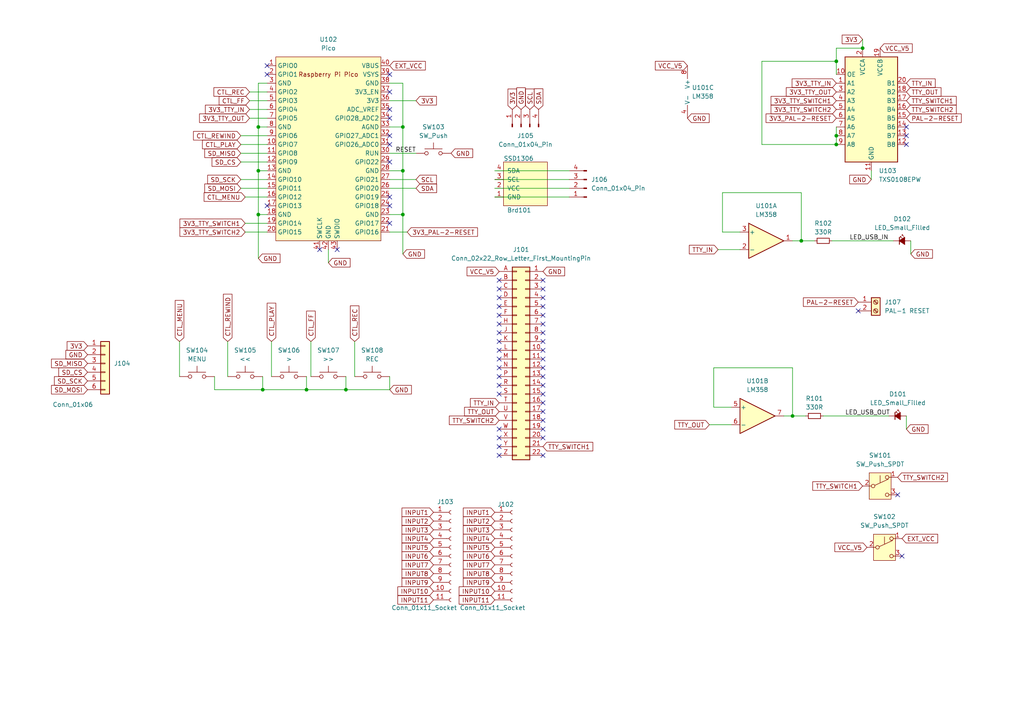
<source format=kicad_sch>
(kicad_sch (version 20250114) (generator "eeschema") (generator_version "9.0")
  (paper "A4")
  (lib_symbols
    (symbol "Connector:Screw_Terminal_01x02" (pin_names (offset 1.016) (hide yes))
      (property "Reference" "J" (at 0 2.54 0))
      (property "Value" "Screw_Terminal_01x02" (at 0 -5.08 0))
      (symbol "Screw_Terminal_01x02_1_1"
        (rectangle (start -1.27 1.27) (end 1.27 -3.81) (stroke (width 0.254)) (fill (type background)))
        (polyline (pts (xy -0.5334 0.3302) (xy 0.3302 -0.508)) (stroke (width 0.1524)))
        (polyline (pts (xy -0.5334 -2.2098) (xy 0.3302 -3.048)) (stroke (width 0.1524)))
        (polyline (pts (xy -0.3556 0.508) (xy 0.508 -0.3302)) (stroke (width 0.1524)))
        (polyline (pts (xy -0.3556 -2.032) (xy 0.508 -2.8702)) (stroke (width 0.1524)))
        (circle (center 0 0) (radius 0.635) (stroke (width 0.1524)))
        (circle (center 0 -2.54) (radius 0.635) (stroke (width 0.1524)))
        (pin passive line (at -5.08 0 0) (length 3.81) (name "Pin_1") (number "1"))
        (pin passive line (at -5.08 -2.54 0) (length 3.81) (name "Pin_2") (number "2"))
      )
    )
    (symbol "pico-tty:Conn_01x04_Pin" (pin_names (offset 1.016) (hide yes))
      (property "Reference" "J" (at 0 5.08 0))
      (property "Value" "Conn_01x04_Pin" (at 0 -7.62 0))
      (symbol "Conn_01x04_Pin_1_1"
        (rectangle (start 0.8636 2.667) (end 0 2.413) (stroke (width 0.1524)) (fill (type outline)))
        (rectangle (start 0.8636 0.127) (end 0 -0.127) (stroke (width 0.1524)) (fill (type outline)))
        (rectangle (start 0.8636 -2.413) (end 0 -2.667) (stroke (width 0.1524)) (fill (type outline)))
        (rectangle (start 0.8636 -4.953) (end 0 -5.207) (stroke (width 0.1524)) (fill (type outline)))
        (polyline (pts (xy 1.27 2.54) (xy 0.8636 2.54)) (stroke (width 0.1524)))
        (polyline (pts (xy 1.27 0) (xy 0.8636 0)) (stroke (width 0.1524)))
        (polyline (pts (xy 1.27 -2.54) (xy 0.8636 -2.54)) (stroke (width 0.1524)))
        (polyline (pts (xy 1.27 -5.08) (xy 0.8636 -5.08)) (stroke (width 0.1524)))
        (pin passive line (at 5.08 2.54 180) (length 3.81) (name "Pin_1") (number "1"))
        (pin passive line (at 5.08 0 180) (length 3.81) (name "Pin_2") (number "2"))
        (pin passive line (at 5.08 -2.54 180) (length 3.81) (name "Pin_3") (number "3"))
        (pin passive line (at 5.08 -5.08 180) (length 3.81) (name "Pin_4") (number "4"))
      )
    )
    (symbol "pico-tty:Conn_01x06" (pin_names (offset 1.016) (hide yes))
      (property "Reference" "J" (at 0 7.62 0))
      (property "Value" "Conn_01x06" (at 0 -10.16 0))
      (symbol "Conn_01x06_1_1"
        (rectangle (start -1.27 6.35) (end 1.27 -8.89) (stroke (width 0.254)) (fill (type background)))
        (rectangle (start -1.27 5.207) (end 0 4.953) (stroke (width 0.1524)))
        (rectangle (start -1.27 2.667) (end 0 2.413) (stroke (width 0.1524)))
        (rectangle (start -1.27 0.127) (end 0 -0.127) (stroke (width 0.1524)))
        (rectangle (start -1.27 -2.413) (end 0 -2.667) (stroke (width 0.1524)))
        (rectangle (start -1.27 -4.953) (end 0 -5.207) (stroke (width 0.1524)))
        (rectangle (start -1.27 -7.493) (end 0 -7.747) (stroke (width 0.1524)))
        (pin passive line (at -5.08 5.08 0) (length 3.81) (name "Pin_1") (number "1"))
        (pin passive line (at -5.08 2.54 0) (length 3.81) (name "Pin_2") (number "2"))
        (pin passive line (at -5.08 0 0) (length 3.81) (name "Pin_3") (number "3"))
        (pin passive line (at -5.08 -2.54 0) (length 3.81) (name "Pin_4") (number "4"))
        (pin passive line (at -5.08 -5.08 0) (length 3.81) (name "Pin_5") (number "5"))
        (pin passive line (at -5.08 -7.62 0) (length 3.81) (name "Pin_6") (number "6"))
      )
    )
    (symbol "pico-tty:Conn_01x11_Socket" (pin_names (offset 1.016) (hide yes))
      (property "Reference" "J" (at 0 15.24 0))
      (property "Value" "Conn_01x11_Socket" (at 0 -15.24 0))
      (symbol "Conn_01x11_Socket_1_1"
        (polyline (pts (xy -1.27 12.7) (xy -0.508 12.7)) (stroke (width 0.1524)))
        (polyline (pts (xy -1.27 10.16) (xy -0.508 10.16)) (stroke (width 0.1524)))
        (polyline (pts (xy -1.27 7.62) (xy -0.508 7.62)) (stroke (width 0.1524)))
        (polyline (pts (xy -1.27 5.08) (xy -0.508 5.08)) (stroke (width 0.1524)))
        (polyline (pts (xy -1.27 2.54) (xy -0.508 2.54)) (stroke (width 0.1524)))
        (polyline (pts (xy -1.27 0) (xy -0.508 0)) (stroke (width 0.1524)))
        (polyline (pts (xy -1.27 -2.54) (xy -0.508 -2.54)) (stroke (width 0.1524)))
        (polyline (pts (xy -1.27 -5.08) (xy -0.508 -5.08)) (stroke (width 0.1524)))
        (polyline (pts (xy -1.27 -7.62) (xy -0.508 -7.62)) (stroke (width 0.1524)))
        (polyline (pts (xy -1.27 -10.16) (xy -0.508 -10.16)) (stroke (width 0.1524)))
        (polyline (pts (xy -1.27 -12.7) (xy -0.508 -12.7)) (stroke (width 0.1524)))
        (arc (start 0 12.192) (mid -0.5058 12.7) (end 0 13.208) (stroke (width 0.1524)))
        (arc (start 0 9.652) (mid -0.5058 10.16) (end 0 10.668) (stroke (width 0.1524)))
        (arc (start 0 7.112) (mid -0.5058 7.62) (end 0 8.128) (stroke (width 0.1524)))
        (arc (start 0 4.572) (mid -0.5058 5.08) (end 0 5.588) (stroke (width 0.1524)))
        (arc (start 0 2.032) (mid -0.5058 2.54) (end 0 3.048) (stroke (width 0.1524)))
        (arc (start 0 -0.508) (mid -0.5058 0) (end 0 0.508) (stroke (width 0.1524)))
        (arc (start 0 -3.048) (mid -0.5058 -2.54) (end 0 -2.032) (stroke (width 0.1524)))
        (arc (start 0 -5.588) (mid -0.5058 -5.08) (end 0 -4.572) (stroke (width 0.1524)))
        (arc (start 0 -8.128) (mid -0.5058 -7.62) (end 0 -7.112) (stroke (width 0.1524)))
        (arc (start 0 -10.668) (mid -0.5058 -10.16) (end 0 -9.652) (stroke (width 0.1524)))
        (arc (start 0 -13.208) (mid -0.5058 -12.7) (end 0 -12.192) (stroke (width 0.1524)))
        (pin passive line (at -5.08 12.7 0) (length 3.81) (name "Pin_1") (number "1"))
        (pin passive line (at -5.08 10.16 0) (length 3.81) (name "Pin_2") (number "2"))
        (pin passive line (at -5.08 7.62 0) (length 3.81) (name "Pin_3") (number "3"))
        (pin passive line (at -5.08 5.08 0) (length 3.81) (name "Pin_4") (number "4"))
        (pin passive line (at -5.08 2.54 0) (length 3.81) (name "Pin_5") (number "5"))
        (pin passive line (at -5.08 0 0) (length 3.81) (name "Pin_6") (number "6"))
        (pin passive line (at -5.08 -2.54 0) (length 3.81) (name "Pin_7") (number "7"))
        (pin passive line (at -5.08 -5.08 0) (length 3.81) (name "Pin_8") (number "8"))
        (pin passive line (at -5.08 -7.62 0) (length 3.81) (name "Pin_9") (number "9"))
        (pin passive line (at -5.08 -10.16 0) (length 3.81) (name "Pin_10") (number "10"))
        (pin passive line (at -5.08 -12.7 0) (length 3.81) (name "Pin_11") (number "11"))
      )
    )
    (symbol "pico-tty:Conn_02x22_Row_Letter_First_MountingPin" (pin_names (offset 1.016) (hide yes))
      (property "Reference" "J101" (at 1.27 31.75 0))
      (property "Value" "Conn_02x22_Row_Letter_First_MountingPin" (at 1.27 29.21 0))
      (symbol "Conn_02x22_Row_Letter_First_MountingPin_1_1"
        (rectangle (start -1.27 26.67) (end 3.81 -29.21) (stroke (width 0.254)) (fill (type background)))
        (rectangle (start -1.27 25.527) (end 0 25.273) (stroke (width 0.1524)))
        (rectangle (start -1.27 22.987) (end 0 22.733) (stroke (width 0.1524)))
        (rectangle (start -1.27 20.447) (end 0 20.193) (stroke (width 0.1524)))
        (rectangle (start -1.27 17.907) (end 0 17.653) (stroke (width 0.1524)))
        (rectangle (start -1.27 15.367) (end 0 15.113) (stroke (width 0.1524)))
        (rectangle (start -1.27 12.827) (end 0 12.573) (stroke (width 0.1524)))
        (rectangle (start -1.27 10.287) (end 0 10.033) (stroke (width 0.1524)))
        (rectangle (start -1.27 7.747) (end 0 7.493) (stroke (width 0.1524)))
        (rectangle (start -1.27 5.207) (end 0 4.953) (stroke (width 0.1524)))
        (rectangle (start -1.27 2.667) (end 0 2.413) (stroke (width 0.1524)))
        (rectangle (start -1.27 0.127) (end 0 -0.127) (stroke (width 0.1524)))
        (rectangle (start -1.27 -2.413) (end 0 -2.667) (stroke (width 0.1524)))
        (rectangle (start -1.27 -4.953) (end 0 -5.207) (stroke (width 0.1524)))
        (rectangle (start -1.27 -7.493) (end 0 -7.747) (stroke (width 0.1524)))
        (rectangle (start -1.27 -10.033) (end 0 -10.287) (stroke (width 0.1524)))
        (rectangle (start -1.27 -12.573) (end 0 -12.827) (stroke (width 0.1524)))
        (rectangle (start -1.27 -15.113) (end 0 -15.367) (stroke (width 0.1524)))
        (rectangle (start -1.27 -17.653) (end 0 -17.907) (stroke (width 0.1524)))
        (rectangle (start -1.27 -20.193) (end 0 -20.447) (stroke (width 0.1524)))
        (rectangle (start -1.27 -22.733) (end 0 -22.987) (stroke (width 0.1524)))
        (rectangle (start -1.27 -25.273) (end 0 -25.527) (stroke (width 0.1524)))
        (rectangle (start -1.27 -27.813) (end 0 -28.067) (stroke (width 0.1524)))
        (rectangle (start 3.81 25.527) (end 2.54 25.273) (stroke (width 0.1524)))
        (rectangle (start 3.81 22.987) (end 2.54 22.733) (stroke (width 0.1524)))
        (rectangle (start 3.81 20.447) (end 2.54 20.193) (stroke (width 0.1524)))
        (rectangle (start 3.81 17.907) (end 2.54 17.653) (stroke (width 0.1524)))
        (rectangle (start 3.81 15.367) (end 2.54 15.113) (stroke (width 0.1524)))
        (rectangle (start 3.81 12.827) (end 2.54 12.573) (stroke (width 0.1524)))
        (rectangle (start 3.81 10.287) (end 2.54 10.033) (stroke (width 0.1524)))
        (rectangle (start 3.81 7.747) (end 2.54 7.493) (stroke (width 0.1524)))
        (rectangle (start 3.81 5.207) (end 2.54 4.953) (stroke (width 0.1524)))
        (rectangle (start 3.81 2.667) (end 2.54 2.413) (stroke (width 0.1524)))
        (rectangle (start 3.81 0.127) (end 2.54 -0.127) (stroke (width 0.1524)))
        (rectangle (start 3.81 -2.413) (end 2.54 -2.667) (stroke (width 0.1524)))
        (rectangle (start 3.81 -4.953) (end 2.54 -5.207) (stroke (width 0.1524)))
        (rectangle (start 3.81 -7.493) (end 2.54 -7.747) (stroke (width 0.1524)))
        (rectangle (start 3.81 -10.033) (end 2.54 -10.287) (stroke (width 0.1524)))
        (rectangle (start 3.81 -12.573) (end 2.54 -12.827) (stroke (width 0.1524)))
        (rectangle (start 3.81 -15.113) (end 2.54 -15.367) (stroke (width 0.1524)))
        (rectangle (start 3.81 -17.653) (end 2.54 -17.907) (stroke (width 0.1524)))
        (rectangle (start 3.81 -20.193) (end 2.54 -20.447) (stroke (width 0.1524)))
        (rectangle (start 3.81 -22.733) (end 2.54 -22.987) (stroke (width 0.1524)))
        (rectangle (start 3.81 -25.273) (end 2.54 -25.527) (stroke (width 0.1524)))
        (rectangle (start 3.81 -27.813) (end 2.54 -28.067) (stroke (width 0.1524)))
        (pin passive line (at -5.08 25.4 0) (length 3.81) (name "Pin_a1") (number "A"))
        (pin passive line (at -5.08 22.86 0) (length 3.81) (name "Pin_a2") (number "B"))
        (pin passive line (at -5.08 20.32 0) (length 3.81) (name "Pin_a3") (number "C"))
        (pin passive line (at -5.08 17.78 0) (length 3.81) (name "Pin_a4") (number "D"))
        (pin passive line (at -5.08 15.24 0) (length 3.81) (name "Pin_a5") (number "E"))
        (pin passive line (at -5.08 12.7 0) (length 3.81) (name "Pin_a6") (number "F"))
        (pin passive line (at -5.08 10.16 0) (length 3.81) (name "Pin_a7") (number "H"))
        (pin passive line (at -5.08 7.62 0) (length 3.81) (name "Pin_a8") (number "J"))
        (pin passive line (at -5.08 5.08 0) (length 3.81) (name "Pin_a9") (number "K"))
        (pin passive line (at -5.08 2.54 0) (length 3.81) (name "Pin_a10") (number "L"))
        (pin passive line (at -5.08 0 0) (length 3.81) (name "Pin_a11") (number "M"))
        (pin passive line (at -5.08 -2.54 0) (length 3.81) (name "Pin_a12") (number "N"))
        (pin passive line (at -5.08 -5.08 0) (length 3.81) (name "Pin_a13") (number "P"))
        (pin passive line (at -5.08 -7.62 0) (length 3.81) (name "Pin_a14") (number "R"))
        (pin passive line (at -5.08 -10.16 0) (length 3.81) (name "Pin_a15") (number "S"))
        (pin passive line (at -5.08 -12.7 0) (length 3.81) (name "Pin_a16") (number "T"))
        (pin passive line (at -5.08 -15.24 0) (length 3.81) (name "Pin_a17") (number "U"))
        (pin passive line (at -5.08 -17.78 0) (length 3.81) (name "Pin_a18") (number "V"))
        (pin passive line (at -5.08 -20.32 0) (length 3.81) (name "Pin_a19") (number "W"))
        (pin passive line (at -5.08 -22.86 0) (length 3.81) (name "Pin_a20") (number "X"))
        (pin passive line (at -5.08 -25.4 0) (length 3.81) (name "Pin_a21") (number "Y"))
        (pin passive line (at -5.08 -27.94 0) (length 3.81) (name "Pin_a22") (number "Z"))
        (pin passive line (at 7.62 25.4 180) (length 3.81) (name "Pin_b1") (number "1"))
        (pin passive line (at 7.62 22.86 180) (length 3.81) (name "Pin_b2") (number "2"))
        (pin passive line (at 7.62 20.32 180) (length 3.81) (name "Pin_b3") (number "3"))
        (pin passive line (at 7.62 17.78 180) (length 3.81) (name "Pin_b4") (number "4"))
        (pin passive line (at 7.62 15.24 180) (length 3.81) (name "Pin_b5") (number "5"))
        (pin passive line (at 7.62 12.7 180) (length 3.81) (name "Pin_b6") (number "6"))
        (pin passive line (at 7.62 10.16 180) (length 3.81) (name "Pin_b7") (number "7"))
        (pin passive line (at 7.62 7.62 180) (length 3.81) (name "Pin_b8") (number "8"))
        (pin passive line (at 7.62 5.08 180) (length 3.81) (name "Pin_b9") (number "9"))
        (pin passive line (at 7.62 2.54 180) (length 3.81) (name "Pin_b10") (number "10"))
        (pin passive line (at 7.62 0 180) (length 3.81) (name "Pin_b11") (number "11"))
        (pin passive line (at 7.62 -2.54 180) (length 3.81) (name "Pin_b12") (number "12"))
        (pin passive line (at 7.62 -5.08 180) (length 3.81) (name "Pin_b13") (number "13"))
        (pin passive line (at 7.62 -7.62 180) (length 3.81) (name "Pin_b14") (number "14"))
        (pin passive line (at 7.62 -10.16 180) (length 3.81) (name "Pin_b15") (number "15"))
        (pin passive line (at 7.62 -12.7 180) (length 3.81) (name "Pin_b16") (number "16"))
        (pin passive line (at 7.62 -15.24 180) (length 3.81) (name "Pin_b17") (number "17"))
        (pin passive line (at 7.62 -17.78 180) (length 3.81) (name "Pin_b18") (number "18"))
        (pin passive line (at 7.62 -20.32 180) (length 3.81) (name "Pin_b19") (number "19"))
        (pin passive line (at 7.62 -22.86 180) (length 3.81) (name "Pin_b20") (number "20"))
        (pin passive line (at 7.62 -25.4 180) (length 3.81) (name "Pin_b21") (number "21"))
        (pin passive line (at 7.62 -27.94 180) (length 3.81) (name "Pin_b22") (number "22"))
      )
    )
    (symbol "pico-tty:LED_Small_Filled" (pin_numbers (hide yes)) (pin_names (offset 0.254) (hide yes))
      (property "Reference" "D" (at -1.27 3.175 0))
      (property "Value" "LED_Small_Filled" (at -4.445 -2.54 0))
      (symbol "LED_Small_Filled_0_1"
        (polyline (pts (xy -0.762 -1.016) (xy -0.762 1.016)) (stroke (width 0.254)))
        (polyline (pts (xy 0 0.762) (xy -0.508 1.27) (xy -0.254 1.27) (xy -0.508 1.27) (xy -0.508 1.016)))
        (polyline (pts (xy 0.508 1.27) (xy 0 1.778) (xy 0.254 1.778) (xy 0 1.778) (xy 0 1.524)))
        (polyline (pts (xy 0.762 -1.016) (xy -0.762 0) (xy 0.762 1.016) (xy 0.762 -1.016)) (stroke (width 0.254)) (fill (type outline)))
        (polyline (pts (xy 1.016 0) (xy -0.762 0)))
      )
      (symbol "LED_Small_Filled_1_1"
        (pin passive line (at -2.54 0 0) (length 1.778) (name "K") (number "1"))
        (pin passive line (at 2.54 0 180) (length 1.778) (name "A") (number "2"))
      )
    )
    (symbol "pico-tty:LM358" (pin_names (offset 0.127))
      (property "Reference" "U" (at 0 5.08 0))
      (property "Value" "LM358" (at 0 -5.08 0))
      (symbol "LM358_1_1"
        (polyline (pts (xy -5.08 5.08) (xy 5.08 0) (xy -5.08 -5.08) (xy -5.08 5.08)) (stroke (width 0.254)) (fill (type background)))
        (pin input line (at -7.62 2.54 0) (length 2.54) (name "+") (number "3"))
        (pin input line (at -7.62 -2.54 0) (length 2.54) (name "-") (number "2"))
        (pin output line (at 7.62 0 180) (length 2.54) (name "~") (number "1"))
      )
      (symbol "LM358_2_1"
        (polyline (pts (xy -5.08 5.08) (xy 5.08 0) (xy -5.08 -5.08) (xy -5.08 5.08)) (stroke (width 0.254)) (fill (type background)))
        (pin input line (at -7.62 2.54 0) (length 2.54) (name "+") (number "5"))
        (pin input line (at -7.62 -2.54 0) (length 2.54) (name "-") (number "6"))
        (pin output line (at 7.62 0 180) (length 2.54) (name "~") (number "7"))
      )
      (symbol "LM358_3_1"
        (pin power_in line (at -2.54 7.62 270) (length 3.81) (name "V+") (number "8"))
        (pin power_in line (at -2.54 -7.62 90) (length 3.81) (name "V-") (number "4"))
      )
    )
    (symbol "pico-tty:Pico"
      (property "Reference" "U" (at -13.97 27.94 0))
      (property "Value" "Pico" (at 0 19.05 0))
      (symbol "Pico_0_0"
        (text "Raspberry Pi Pico" (at 0 21.59 0) (effects (font (size 1.27 1.27))))
      )
      (symbol "Pico_0_1"
        (rectangle (start -15.24 26.67) (end 15.24 -26.67) (fill (type background)))
      )
      (symbol "Pico_1_1"
        (pin bidirectional line (at -17.78 24.13 0) (length 2.54) (name "GPIO0") (number "1"))
        (pin bidirectional line (at -17.78 21.59 0) (length 2.54) (name "GPIO1") (number "2"))
        (pin power_in line (at -17.78 19.05 0) (length 2.54) (name "GND") (number "3"))
        (pin bidirectional line (at -17.78 16.51 0) (length 2.54) (name "GPIO2") (number "4"))
        (pin bidirectional line (at -17.78 13.97 0) (length 2.54) (name "GPIO3") (number "5"))
        (pin bidirectional line (at -17.78 11.43 0) (length 2.54) (name "GPIO4") (number "6"))
        (pin bidirectional line (at -17.78 8.89 0) (length 2.54) (name "GPIO5") (number "7"))
        (pin power_in line (at -17.78 6.35 0) (length 2.54) (name "GND") (number "8"))
        (pin bidirectional line (at -17.78 3.81 0) (length 2.54) (name "GPIO6") (number "9"))
        (pin bidirectional line (at -17.78 1.27 0) (length 2.54) (name "GPIO7") (number "10"))
        (pin bidirectional line (at -17.78 -1.27 0) (length 2.54) (name "GPIO8") (number "11"))
        (pin bidirectional line (at -17.78 -3.81 0) (length 2.54) (name "GPIO9") (number "12"))
        (pin power_in line (at -17.78 -6.35 0) (length 2.54) (name "GND") (number "13"))
        (pin bidirectional line (at -17.78 -8.89 0) (length 2.54) (name "GPIO10") (number "14"))
        (pin bidirectional line (at -17.78 -11.43 0) (length 2.54) (name "GPIO11") (number "15"))
        (pin bidirectional line (at -17.78 -13.97 0) (length 2.54) (name "GPIO12") (number "16"))
        (pin bidirectional line (at -17.78 -16.51 0) (length 2.54) (name "GPIO13") (number "17"))
        (pin power_in line (at -17.78 -19.05 0) (length 2.54) (name "GND") (number "18"))
        (pin bidirectional line (at -17.78 -21.59 0) (length 2.54) (name "GPIO14") (number "19"))
        (pin bidirectional line (at -17.78 -24.13 0) (length 2.54) (name "GPIO15") (number "20"))
        (pin input line (at -2.54 -29.21 90) (length 2.54) (name "SWCLK") (number "41"))
        (pin power_in line (at 0 -29.21 90) (length 2.54) (name "GND") (number "42"))
        (pin bidirectional line (at 2.54 -29.21 90) (length 2.54) (name "SWDIO") (number "43"))
        (pin power_in line (at 17.78 24.13 180) (length 2.54) (name "VBUS") (number "40"))
        (pin power_in line (at 17.78 21.59 180) (length 2.54) (name "VSYS") (number "39"))
        (pin bidirectional line (at 17.78 19.05 180) (length 2.54) (name "GND") (number "38"))
        (pin input line (at 17.78 16.51 180) (length 2.54) (name "3V3_EN") (number "37"))
        (pin power_in line (at 17.78 13.97 180) (length 2.54) (name "3V3") (number "36"))
        (pin power_in line (at 17.78 11.43 180) (length 2.54) (name "ADC_VREF") (number "35"))
        (pin bidirectional line (at 17.78 8.89 180) (length 2.54) (name "GPIO28_ADC2") (number "34"))
        (pin power_in line (at 17.78 6.35 180) (length 2.54) (name "AGND") (number "33"))
        (pin bidirectional line (at 17.78 3.81 180) (length 2.54) (name "GPIO27_ADC1") (number "32"))
        (pin bidirectional line (at 17.78 1.27 180) (length 2.54) (name "GPIO26_ADC0") (number "31"))
        (pin input line (at 17.78 -1.27 180) (length 2.54) (name "RUN") (number "30"))
        (pin bidirectional line (at 17.78 -3.81 180) (length 2.54) (name "GPIO22") (number "29"))
        (pin power_in line (at 17.78 -6.35 180) (length 2.54) (name "GND") (number "28"))
        (pin bidirectional line (at 17.78 -8.89 180) (length 2.54) (name "GPIO21") (number "27"))
        (pin bidirectional line (at 17.78 -11.43 180) (length 2.54) (name "GPIO20") (number "26"))
        (pin bidirectional line (at 17.78 -13.97 180) (length 2.54) (name "GPIO19") (number "25"))
        (pin bidirectional line (at 17.78 -16.51 180) (length 2.54) (name "GPIO18") (number "24"))
        (pin power_in line (at 17.78 -19.05 180) (length 2.54) (name "GND") (number "23"))
        (pin bidirectional line (at 17.78 -21.59 180) (length 2.54) (name "GPIO17") (number "22"))
        (pin bidirectional line (at 17.78 -24.13 180) (length 2.54) (name "GPIO16") (number "21"))
      )
    )
    (symbol "pico-tty:R_Small" (pin_numbers (hide yes)) (pin_names (offset 0.254) (hide yes))
      (property "Reference" "R" (at 0.762 0.508 0))
      (property "Value" "R_Small" (at 0.762 -1.016 0))
      (symbol "R_Small_0_1"
        (rectangle (start -0.762 1.778) (end 0.762 -1.778) (stroke (width 0.2032)))
      )
      (symbol "R_Small_1_1"
        (pin passive line (at 0 2.54 270) (length 0.762) (name "~") (number "1"))
        (pin passive line (at 0 -2.54 90) (length 0.762) (name "~") (number "2"))
      )
    )
    (symbol "pico-tty:SSD1306" (pin_names (offset 1.016))
      (property "Reference" "Brd" (at 0 -3.81 0))
      (property "Value" "SSD1306" (at 0 -1.27 0))
      (symbol "SSD1306_0_1"
        (rectangle (start -6.35 6.35) (end 6.35 -6.35) (fill (type background)))
      )
      (symbol "SSD1306_1_1"
        (pin input line (at -3.81 8.89 270) (length 2.54) (name "GND") (number "1"))
        (pin input line (at -1.27 8.89 270) (length 2.54) (name "VCC") (number "2"))
        (pin input line (at 1.27 8.89 270) (length 2.54) (name "SCL") (number "3"))
        (pin input line (at 3.81 8.89 270) (length 2.54) (name "SDA") (number "4"))
      )
    )
    (symbol "pico-tty:SW_Push" (pin_numbers (hide yes)) (pin_names (offset 1.016) (hide yes))
      (property "Reference" "SW" (at 1.27 2.54 0))
      (property "Value" "SW_Push" (at 0 -1.524 0))
      (symbol "SW_Push_0_1"
        (circle (center -2.032 0) (radius 0.508))
        (polyline (pts (xy 0 1.27) (xy 0 3.048)))
        (circle (center 2.032 0) (radius 0.508))
        (polyline (pts (xy 2.54 1.27) (xy -2.54 1.27)))
        (pin passive line (at -5.08 0 0) (length 2.54) (name "1") (number "1"))
        (pin passive line (at 5.08 0 180) (length 2.54) (name "2") (number "2"))
      )
    )
    (symbol "pico-tty:SW_Push_SPDT" (pin_names (offset 0) (hide yes))
      (property "Reference" "SW" (at 0 5.08 0))
      (property "Value" "SW_Push_SPDT" (at 0 -5.08 0))
      (symbol "SW_Push_SPDT_0_0"
        (circle (center -2.032 0) (radius 0.508))
        (polyline (pts (xy 0 1.016) (xy 0 3.048)))
        (circle (center 2.032 -2.54) (radius 0.508))
      )
      (symbol "SW_Push_SPDT_0_1"
        (polyline (pts (xy -1.524 0.2032) (xy 2.3368 1.9812)))
        (circle (center 2.032 2.54) (radius 0.508))
      )
      (symbol "SW_Push_SPDT_1_1"
        (rectangle (start -3.175 3.81) (end 3.175 -3.81) (fill (type background)))
        (pin passive line (at -5.08 0 0) (length 2.54) (name "B") (number "2"))
        (pin passive line (at 5.08 2.54 180) (length 2.54) (name "A") (number "1"))
        (pin passive line (at 5.08 -2.54 180) (length 2.54) (name "C") (number "3"))
      )
    )
    (symbol "pico-tty:TXS0108EPW"
      (property "Reference" "U" (at -6.35 16.51 0))
      (property "Value" "TXS0108EPW" (at 3.81 16.51 0))
      (symbol "TXS0108EPW_0_1"
        (rectangle (start -7.62 15.24) (end 7.62 -15.24) (stroke (width 0.254)) (fill (type background)))
      )
      (symbol "TXS0108EPW_1_1"
        (pin input line (at -10.16 10.16 0) (length 2.54) (name "OE") (number "10"))
        (pin bidirectional line (at -10.16 7.62 0) (length 2.54) (name "A1") (number "1"))
        (pin bidirectional line (at -10.16 5.08 0) (length 2.54) (name "A2") (number "3"))
        (pin bidirectional line (at -10.16 2.54 0) (length 2.54) (name "A3") (number "4"))
        (pin bidirectional line (at -10.16 0 0) (length 2.54) (name "A4") (number "5"))
        (pin bidirectional line (at -10.16 -2.54 0) (length 2.54) (name "A5") (number "6"))
        (pin bidirectional line (at -10.16 -5.08 0) (length 2.54) (name "A6") (number "7"))
        (pin bidirectional line (at -10.16 -7.62 0) (length 2.54) (name "A7") (number "8"))
        (pin bidirectional line (at -10.16 -10.16 0) (length 2.54) (name "A8") (number "9"))
        (pin power_in line (at -2.54 17.78 270) (length 2.54) (name "VCCA") (number "2"))
        (pin power_in line (at 0 -17.78 90) (length 2.54) (name "GND") (number "11"))
        (pin power_in line (at 2.54 17.78 270) (length 2.54) (name "VCCB") (number "19"))
        (pin bidirectional line (at 10.16 7.62 180) (length 2.54) (name "B1") (number "20"))
        (pin bidirectional line (at 10.16 5.08 180) (length 2.54) (name "B2") (number "18"))
        (pin bidirectional line (at 10.16 2.54 180) (length 2.54) (name "B3") (number "17"))
        (pin bidirectional line (at 10.16 0 180) (length 2.54) (name "B4") (number "16"))
        (pin bidirectional line (at 10.16 -2.54 180) (length 2.54) (name "B5") (number "15"))
        (pin bidirectional line (at 10.16 -5.08 180) (length 2.54) (name "B6") (number "14"))
        (pin bidirectional line (at 10.16 -7.62 180) (length 2.54) (name "B7") (number "13"))
        (pin bidirectional line (at 10.16 -10.16 180) (length 2.54) (name "B8") (number "12"))
      )
    )
  )
  (junction (at 74.93 62.23))
  (junction (at 116.84 36.83))
  (junction (at 242.57 41.91))
  (junction (at 88.9 113.03))
  (junction (at 74.93 36.83))
  (junction (at 100.33 113.03))
  (junction (at 116.84 62.23))
  (junction (at 76.2 113.03))
  (junction (at 229.87 120.65))
  (junction (at 242.57 17.78))
  (junction (at 250.19 13.97))
  (junction (at 116.84 49.53))
  (junction (at 74.93 49.53))
  (junction (at 232.41 69.85))
  (junction (at 242.57 39.37))
  (no_connect (at 113.03 39.37))
  (no_connect (at 144.78 124.46))
  (no_connect (at 157.48 99.06))
  (no_connect (at 144.78 127))
  (no_connect (at 113.03 26.67))
  (no_connect (at 157.48 114.3))
  (no_connect (at 144.78 83.82))
  (no_connect (at 113.03 64.77))
  (no_connect (at 144.78 111.76))
  (no_connect (at 113.03 21.59))
  (no_connect (at 144.78 109.22))
  (no_connect (at 157.48 93.98))
  (no_connect (at 77.47 19.05))
  (no_connect (at 157.48 111.76))
  (no_connect (at 92.71 72.39))
  (no_connect (at 248.92 90.17))
  (no_connect (at 113.03 31.75))
  (no_connect (at 157.48 109.22))
  (no_connect (at 157.48 81.28))
  (no_connect (at 157.48 119.38))
  (no_connect (at 261.62 161.29))
  (no_connect (at 144.78 86.36))
  (no_connect (at 157.48 127))
  (no_connect (at 77.47 21.59))
  (no_connect (at 113.03 34.29))
  (no_connect (at 144.78 114.3))
  (no_connect (at 77.47 59.69))
  (no_connect (at 157.48 96.52))
  (no_connect (at 144.78 93.98))
  (no_connect (at 144.78 99.06))
  (no_connect (at 262.89 39.37))
  (no_connect (at 97.79 72.39))
  (no_connect (at 157.48 86.36))
  (no_connect (at 157.48 124.46))
  (no_connect (at 144.78 88.9))
  (no_connect (at 144.78 106.68))
  (no_connect (at 144.78 129.54))
  (no_connect (at 113.03 46.99))
  (no_connect (at 144.78 81.28))
  (no_connect (at 157.48 132.08))
  (no_connect (at 113.03 57.15))
  (no_connect (at 157.48 106.68))
  (no_connect (at 113.03 41.91))
  (no_connect (at 144.78 104.14))
  (no_connect (at 144.78 91.44))
  (no_connect (at 157.48 83.82))
  (no_connect (at 262.89 41.91))
  (no_connect (at 144.78 101.6))
  (no_connect (at 260.35 143.51))
  (no_connect (at 262.89 36.83))
  (no_connect (at 157.48 91.44))
  (no_connect (at 157.48 104.14))
  (no_connect (at 144.78 132.08))
  (no_connect (at 113.03 59.69))
  (no_connect (at 144.78 96.52))
  (no_connect (at 157.48 88.9))
  (no_connect (at 157.48 101.6))
  (no_connect (at 157.48 121.92))
  (no_connect (at 157.48 116.84))
  (wire (pts (xy 143.51 52.07) (xy 165.1 52.07)))
  (wire (pts (xy 88.9 113.03) (xy 100.33 113.03)))
  (wire (pts (xy 250.19 11.43) (xy 250.19 13.97)))
  (wire (pts (xy 242.57 17.78) (xy 242.57 13.97)))
  (wire (pts (xy 143.51 49.53) (xy 165.1 49.53)))
  (wire (pts (xy 209.55 67.31) (xy 209.55 55.88)))
  (wire (pts (xy 143.51 54.61) (xy 165.1 54.61)))
  (wire (pts (xy 242.57 21.59) (xy 242.57 17.78)))
  (wire (pts (xy 242.57 17.78) (xy 220.98 17.78)))
  (wire (pts (xy 207.01 118.11) (xy 207.01 106.68)))
  (wire (pts (xy 227.33 120.65) (xy 229.87 120.65)))
  (wire (pts (xy 72.39 31.75) (xy 77.47 31.75)))
  (wire (pts (xy 74.93 36.83) (xy 74.93 49.53)))
  (wire (pts (xy 252.73 49.53) (xy 252.73 52.07)))
  (wire (pts (xy 102.87 99.06) (xy 102.87 109.22)))
  (wire (pts (xy 69.85 54.61) (xy 77.47 54.61)))
  (wire (pts (xy 212.09 118.11) (xy 207.01 118.11)))
  (wire (pts (xy 74.93 62.23) (xy 74.93 74.93)))
  (wire (pts (xy 214.63 67.31) (xy 209.55 67.31)))
  (wire (pts (xy 207.01 106.68) (xy 229.87 106.68)))
  (wire (pts (xy 95.25 72.39) (xy 95.25 76.2)))
  (wire (pts (xy 74.93 62.23) (xy 77.47 62.23)))
  (wire (pts (xy 52.07 99.06) (xy 52.07 109.22)))
  (wire (pts (xy 69.85 41.91) (xy 77.47 41.91)))
  (wire (pts (xy 77.47 24.13) (xy 74.93 24.13)))
  (wire (pts (xy 113.03 67.31) (xy 118.11 67.31)))
  (wire (pts (xy 69.85 46.99) (xy 77.47 46.99)))
  (wire (pts (xy 78.74 99.06) (xy 78.74 109.22)))
  (wire (pts (xy 62.23 113.03) (xy 62.23 109.22)))
  (wire (pts (xy 100.33 109.22) (xy 100.33 113.03)))
  (wire (pts (xy 113.03 52.07) (xy 120.65 52.07)))
  (wire (pts (xy 69.85 39.37) (xy 77.47 39.37)))
  (wire (pts (xy 242.57 39.37) (xy 242.57 41.91)))
  (wire (pts (xy 74.93 24.13) (xy 74.93 36.83)))
  (wire (pts (xy 241.3 69.85) (xy 259.08 69.85)))
  (wire (pts (xy 113.03 29.21) (xy 120.65 29.21)))
  (wire (pts (xy 76.2 109.22) (xy 76.2 113.03)))
  (wire (pts (xy 69.85 52.07) (xy 77.47 52.07)))
  (wire (pts (xy 116.84 36.83) (xy 116.84 49.53)))
  (wire (pts (xy 205.74 123.19) (xy 212.09 123.19)))
  (wire (pts (xy 113.03 109.22) (xy 113.03 113.03)))
  (wire (pts (xy 66.04 99.06) (xy 66.04 109.22)))
  (wire (pts (xy 116.84 49.53) (xy 116.84 62.23)))
  (wire (pts (xy 71.12 64.77) (xy 77.47 64.77)))
  (wire (pts (xy 238.76 120.65) (xy 257.81 120.65)))
  (wire (pts (xy 88.9 109.22) (xy 88.9 113.03)))
  (wire (pts (xy 229.87 120.65) (xy 233.68 120.65)))
  (wire (pts (xy 74.93 49.53) (xy 77.47 49.53)))
  (wire (pts (xy 229.87 106.68) (xy 229.87 120.65)))
  (wire (pts (xy 113.03 36.83) (xy 116.84 36.83)))
  (wire (pts (xy 113.03 54.61) (xy 120.65 54.61)))
  (wire (pts (xy 220.98 17.78) (xy 220.98 41.91)))
  (wire (pts (xy 262.89 120.65) (xy 262.89 124.46)))
  (wire (pts (xy 229.87 69.85) (xy 232.41 69.85)))
  (wire (pts (xy 113.03 24.13) (xy 116.84 24.13)))
  (wire (pts (xy 143.51 57.15) (xy 165.1 57.15)))
  (wire (pts (xy 69.85 44.45) (xy 77.47 44.45)))
  (wire (pts (xy 113.03 44.45) (xy 120.65 44.45)))
  (wire (pts (xy 264.16 69.85) (xy 264.16 73.66)))
  (wire (pts (xy 116.84 62.23) (xy 116.84 73.66)))
  (wire (pts (xy 76.2 113.03) (xy 88.9 113.03)))
  (wire (pts (xy 74.93 49.53) (xy 74.93 62.23)))
  (wire (pts (xy 72.39 34.29) (xy 77.47 34.29)))
  (wire (pts (xy 74.93 36.83) (xy 77.47 36.83)))
  (wire (pts (xy 220.98 41.91) (xy 242.57 41.91)))
  (wire (pts (xy 116.84 24.13) (xy 116.84 36.83)))
  (wire (pts (xy 71.12 57.15) (xy 77.47 57.15)))
  (wire (pts (xy 100.33 113.03) (xy 113.03 113.03)))
  (wire (pts (xy 208.28 72.39) (xy 214.63 72.39)))
  (wire (pts (xy 209.55 55.88) (xy 232.41 55.88)))
  (wire (pts (xy 71.12 67.31) (xy 77.47 67.31)))
  (wire (pts (xy 232.41 69.85) (xy 236.22 69.85)))
  (wire (pts (xy 242.57 13.97) (xy 250.19 13.97)))
  (wire (pts (xy 72.39 26.67) (xy 77.47 26.67)))
  (wire (pts (xy 113.03 49.53) (xy 116.84 49.53)))
  (wire (pts (xy 242.57 36.83) (xy 242.57 39.37)))
  (wire (pts (xy 113.03 62.23) (xy 116.84 62.23)))
  (wire (pts (xy 72.39 29.21) (xy 77.47 29.21)))
  (wire (pts (xy 90.17 99.06) (xy 90.17 109.22)))
  (wire (pts (xy 232.41 55.88) (xy 232.41 69.85)))
  (wire (pts (xy 62.23 113.03) (xy 76.2 113.03)))
  (label "LED_USB_OUT" (at 245.11 120.65 0))
  (label "RESET" (at 120.65 44.45 180))
  (label "LED_USB_IN" (at 246.38 69.85 0))
  (global_label "GND" (shape input) (at 113.03 113.03 0) (property "Intersheetrefs" "${INTERSHEET_REFS}" (effects (hide yes))))
  (global_label "3V3_TTY_IN" (shape input) (at 242.57 24.13 180) (property "Intersheetrefs" "${INTERSHEET_REFS}" (effects (hide yes))))
  (global_label "SD_CS" (shape input) (at 25.4 107.95 180) (property "Intersheetrefs" "${INTERSHEET_REFS}" (effects (hide yes))))
  (global_label "GND" (shape input) (at 157.48 78.74 0) (property "Intersheetrefs" "${INTERSHEET_REFS}" (effects (hide yes))))
  (global_label "TTY_SWITCH1" (shape input) (at 262.89 29.21 0) (property "Intersheetrefs" "${INTERSHEET_REFS}" (effects (hide yes))))
  (global_label "TTY_SWITCH2" (shape input) (at 260.35 138.43 0) (property "Intersheetrefs" "${INTERSHEET_REFS}" (effects (hide yes))))
  (global_label "TTY_IN" (shape input) (at 208.28 72.39 180) (property "Intersheetrefs" "${INTERSHEET_REFS}" (effects (hide yes))))
  (global_label "CTL_PLAY" (shape input) (at 69.85 41.91 180) (property "Intersheetrefs" "${INTERSHEET_REFS}" (effects (hide yes))))
  (global_label "3V3" (shape input) (at 25.4 100.33 180) (property "Intersheetrefs" "${INTERSHEET_REFS}" (effects (hide yes))))
  (global_label "INPUT5" (shape input) (at 143.51 158.75 180) (property "Intersheetrefs" "${INTERSHEET_REFS}" (effects (hide yes))))
  (global_label "GND" (shape input) (at 116.84 73.66 0) (property "Intersheetrefs" "${INTERSHEET_REFS}" (effects (hide yes))))
  (global_label "3V3" (shape input) (at 120.65 29.21 0) (property "Intersheetrefs" "${INTERSHEET_REFS}" (effects (hide yes))))
  (global_label "INPUT2" (shape input) (at 125.73 151.13 180) (property "Intersheetrefs" "${INTERSHEET_REFS}" (effects (hide yes))))
  (global_label "GND" (shape input) (at 252.73 52.07 180) (property "Intersheetrefs" "${INTERSHEET_REFS}" (effects (hide yes))))
  (global_label "TTY_SWITCH1" (shape input) (at 250.19 140.97 180) (property "Intersheetrefs" "${INTERSHEET_REFS}" (effects (hide yes))))
  (global_label "INPUT1" (shape input) (at 125.73 148.59 180) (property "Intersheetrefs" "${INTERSHEET_REFS}" (effects (hide yes))))
  (global_label "3V3_TTY_OUT" (shape input) (at 72.39 34.29 180) (property "Intersheetrefs" "${INTERSHEET_REFS}" (effects (hide yes))))
  (global_label "3V3_PAL-2-RESET" (shape input) (at 118.11 67.31 0) (property "Intersheetrefs" "${INTERSHEET_REFS}" (effects (hide yes))))
  (global_label "INPUT7" (shape input) (at 143.51 163.83 180) (property "Intersheetrefs" "${INTERSHEET_REFS}" (effects (hide yes))))
  (global_label "GND" (shape input) (at 151.13 31.75 90) (property "Intersheetrefs" "${INTERSHEET_REFS}" (effects (hide yes))))
  (global_label "INPUT2" (shape input) (at 143.51 151.13 180) (property "Intersheetrefs" "${INTERSHEET_REFS}" (effects (hide yes))))
  (global_label "PAL-2-RESET" (shape input) (at 248.92 87.63 180) (property "Intersheetrefs" "${INTERSHEET_REFS}" (effects (hide yes))))
  (global_label "EXT_VCC" (shape input) (at 261.62 156.21 0) (property "Intersheetrefs" "${INTERSHEET_REFS}" (effects (hide yes))))
  (global_label "GND" (shape input) (at 74.93 74.93 0) (property "Intersheetrefs" "${INTERSHEET_REFS}" (effects (hide yes))))
  (global_label "INPUT4" (shape input) (at 143.51 156.21 180) (property "Intersheetrefs" "${INTERSHEET_REFS}" (effects (hide yes))))
  (global_label "SD_MOSI" (shape input) (at 69.85 54.61 180) (property "Intersheetrefs" "${INTERSHEET_REFS}" (effects (hide yes))))
  (global_label "SD_MISO" (shape input) (at 69.85 44.45 180) (property "Intersheetrefs" "${INTERSHEET_REFS}" (effects (hide yes))))
  (global_label "VCC_V5" (shape input) (at 255.27 13.97 0) (property "Intersheetrefs" "${INTERSHEET_REFS}" (effects (hide yes))))
  (global_label "INPUT6" (shape input) (at 125.73 161.29 180) (property "Intersheetrefs" "${INTERSHEET_REFS}" (effects (hide yes))))
  (global_label "3V3_TTY_SWITCH2" (shape input) (at 242.57 31.75 180) (property "Intersheetrefs" "${INTERSHEET_REFS}" (effects (hide yes))))
  (global_label "GND" (shape input) (at 262.89 124.46 0) (property "Intersheetrefs" "${INTERSHEET_REFS}" (effects (hide yes))))
  (global_label "SD_SCK" (shape input) (at 69.85 52.07 180) (property "Intersheetrefs" "${INTERSHEET_REFS}" (effects (hide yes))))
  (global_label "SCL" (shape input) (at 120.65 52.07 0) (property "Intersheetrefs" "${INTERSHEET_REFS}" (effects (hide yes))))
  (global_label "TTY_IN" (shape input) (at 144.78 116.84 180) (property "Intersheetrefs" "${INTERSHEET_REFS}" (effects (hide yes))))
  (global_label "INPUT8" (shape input) (at 125.73 166.37 180) (property "Intersheetrefs" "${INTERSHEET_REFS}" (effects (hide yes))))
  (global_label "3V3_TTY_IN" (shape input) (at 72.39 31.75 180) (property "Intersheetrefs" "${INTERSHEET_REFS}" (effects (hide yes))))
  (global_label "INPUT11" (shape input) (at 143.51 173.99 180) (property "Intersheetrefs" "${INTERSHEET_REFS}" (effects (hide yes))))
  (global_label "SD_MISO" (shape input) (at 25.4 105.41 180) (property "Intersheetrefs" "${INTERSHEET_REFS}" (effects (hide yes))))
  (global_label "3V3" (shape input) (at 148.59 31.75 90) (property "Intersheetrefs" "${INTERSHEET_REFS}" (effects (hide yes))))
  (global_label "CTL_REC" (shape input) (at 102.87 99.06 90) (property "Intersheetrefs" "${INTERSHEET_REFS}" (effects (hide yes))))
  (global_label "INPUT3" (shape input) (at 143.51 153.67 180) (property "Intersheetrefs" "${INTERSHEET_REFS}" (effects (hide yes))))
  (global_label "INPUT4" (shape input) (at 125.73 156.21 180) (property "Intersheetrefs" "${INTERSHEET_REFS}" (effects (hide yes))))
  (global_label "INPUT5" (shape input) (at 125.73 158.75 180) (property "Intersheetrefs" "${INTERSHEET_REFS}" (effects (hide yes))))
  (global_label "INPUT8" (shape input) (at 143.51 166.37 180) (property "Intersheetrefs" "${INTERSHEET_REFS}" (effects (hide yes))))
  (global_label "CTL_REWIND" (shape input) (at 69.85 39.37 180) (property "Intersheetrefs" "${INTERSHEET_REFS}" (effects (hide yes))))
  (global_label "TTY_OUT" (shape input) (at 262.89 26.67 0) (property "Intersheetrefs" "${INTERSHEET_REFS}" (effects (hide yes))))
  (global_label "SDA" (shape input) (at 120.65 54.61 0) (property "Intersheetrefs" "${INTERSHEET_REFS}" (effects (hide yes))))
  (global_label "VCC_V5" (shape input) (at 144.78 78.74 180) (property "Intersheetrefs" "${INTERSHEET_REFS}" (effects (hide yes))))
  (global_label "TTY_OUT" (shape input) (at 205.74 123.19 180) (property "Intersheetrefs" "${INTERSHEET_REFS}" (effects (hide yes))))
  (global_label "CTL_REWIND" (shape input) (at 66.04 99.06 90) (property "Intersheetrefs" "${INTERSHEET_REFS}" (effects (hide yes))))
  (global_label "TTY_OUT" (shape input) (at 144.78 119.38 180) (property "Intersheetrefs" "${INTERSHEET_REFS}" (effects (hide yes))))
  (global_label "TTY_SWITCH2" (shape input) (at 262.89 31.75 0) (property "Intersheetrefs" "${INTERSHEET_REFS}" (effects (hide yes))))
  (global_label "SCL" (shape input) (at 153.67 31.75 90) (property "Intersheetrefs" "${INTERSHEET_REFS}" (effects (hide yes))))
  (global_label "VCC_V5" (shape input) (at 199.39 19.05 180) (property "Intersheetrefs" "${INTERSHEET_REFS}" (effects (hide yes))))
  (global_label "GND" (shape input) (at 264.16 73.66 0) (property "Intersheetrefs" "${INTERSHEET_REFS}" (effects (hide yes))))
  (global_label "3V3" (shape input) (at 250.19 11.43 180) (property "Intersheetrefs" "${INTERSHEET_REFS}" (effects (hide yes))))
  (global_label "CTL_FF" (shape input) (at 72.39 29.21 180) (property "Intersheetrefs" "${INTERSHEET_REFS}" (effects (hide yes))))
  (global_label "CTL_MENU" (shape input) (at 71.12 57.15 180) (property "Intersheetrefs" "${INTERSHEET_REFS}" (effects (hide yes))))
  (global_label "CTL_REC" (shape input) (at 72.39 26.67 180) (property "Intersheetrefs" "${INTERSHEET_REFS}" (effects (hide yes))))
  (global_label "GND" (shape input) (at 25.4 102.87 180) (property "Intersheetrefs" "${INTERSHEET_REFS}" (effects (hide yes))))
  (global_label "INPUT6" (shape input) (at 143.51 161.29 180) (property "Intersheetrefs" "${INTERSHEET_REFS}" (effects (hide yes))))
  (global_label "3V3_TTY_SWITCH2" (shape input) (at 71.12 67.31 180) (property "Intersheetrefs" "${INTERSHEET_REFS}" (effects (hide yes))))
  (global_label "TTY_IN" (shape input) (at 262.89 24.13 0) (property "Intersheetrefs" "${INTERSHEET_REFS}" (effects (hide yes))))
  (global_label "CTL_MENU" (shape input) (at 52.07 99.06 90) (property "Intersheetrefs" "${INTERSHEET_REFS}" (effects (hide yes))))
  (global_label "GND" (shape input) (at 95.25 76.2 0) (property "Intersheetrefs" "${INTERSHEET_REFS}" (effects (hide yes))))
  (global_label "3V3_TTY_SWITCH1" (shape input) (at 242.57 29.21 180) (property "Intersheetrefs" "${INTERSHEET_REFS}" (effects (hide yes))))
  (global_label "INPUT7" (shape input) (at 125.73 163.83 180) (property "Intersheetrefs" "${INTERSHEET_REFS}" (effects (hide yes))))
  (global_label "GND" (shape input) (at 199.39 34.29 0) (property "Intersheetrefs" "${INTERSHEET_REFS}" (effects (hide yes))))
  (global_label "CTL_FF" (shape input) (at 90.17 99.06 90) (property "Intersheetrefs" "${INTERSHEET_REFS}" (effects (hide yes))))
  (global_label "INPUT11" (shape input) (at 125.73 173.99 180) (property "Intersheetrefs" "${INTERSHEET_REFS}" (effects (hide yes))))
  (global_label "3V3_TTY_OUT" (shape input) (at 242.57 26.67 180) (property "Intersheetrefs" "${INTERSHEET_REFS}" (effects (hide yes))))
  (global_label "3V3_TTY_SWITCH1" (shape input) (at 71.12 64.77 180) (property "Intersheetrefs" "${INTERSHEET_REFS}" (effects (hide yes))))
  (global_label "GND" (shape input) (at 130.81 44.45 0) (property "Intersheetrefs" "${INTERSHEET_REFS}" (effects (hide yes))))
  (global_label "SD_MOSI" (shape input) (at 25.4 113.03 180) (property "Intersheetrefs" "${INTERSHEET_REFS}" (effects (hide yes))))
  (global_label "INPUT9" (shape input) (at 125.73 168.91 180) (property "Intersheetrefs" "${INTERSHEET_REFS}" (effects (hide yes))))
  (global_label "INPUT10" (shape input) (at 125.73 171.45 180) (property "Intersheetrefs" "${INTERSHEET_REFS}" (effects (hide yes))))
  (global_label "EXT_VCC" (shape input) (at 113.03 19.05 0) (property "Intersheetrefs" "${INTERSHEET_REFS}" (effects (hide yes))))
  (global_label "3V3_PAL-2-RESET" (shape input) (at 242.57 34.29 180) (property "Intersheetrefs" "${INTERSHEET_REFS}" (effects (hide yes))))
  (global_label "SD_SCK" (shape input) (at 25.4 110.49 180) (property "Intersheetrefs" "${INTERSHEET_REFS}" (effects (hide yes))))
  (global_label "INPUT3" (shape input) (at 125.73 153.67 180) (property "Intersheetrefs" "${INTERSHEET_REFS}" (effects (hide yes))))
  (global_label "VCC_V5" (shape input) (at 251.46 158.75 180) (property "Intersheetrefs" "${INTERSHEET_REFS}" (effects (hide yes))))
  (global_label "PAL-2-RESET" (shape input) (at 262.89 34.29 0) (property "Intersheetrefs" "${INTERSHEET_REFS}" (effects (hide yes))))
  (global_label "SDA" (shape input) (at 156.21 31.75 90) (property "Intersheetrefs" "${INTERSHEET_REFS}" (effects (hide yes))))
  (global_label "TTY_SWITCH1" (shape input) (at 157.48 129.54 0) (property "Intersheetrefs" "${INTERSHEET_REFS}" (effects (hide yes))))
  (global_label "SD_CS" (shape input) (at 69.85 46.99 180) (property "Intersheetrefs" "${INTERSHEET_REFS}" (effects (hide yes))))
  (global_label "TTY_SWITCH2" (shape input) (at 144.78 121.92 180) (property "Intersheetrefs" "${INTERSHEET_REFS}" (effects (hide yes))))
  (global_label "CTL_PLAY" (shape input) (at 78.74 99.06 90) (property "Intersheetrefs" "${INTERSHEET_REFS}" (effects (hide yes))))
  (global_label "INPUT1" (shape input) (at 143.51 148.59 180) (property "Intersheetrefs" "${INTERSHEET_REFS}" (effects (hide yes))))
  (global_label "INPUT10" (shape input) (at 143.51 171.45 180) (property "Intersheetrefs" "${INTERSHEET_REFS}" (effects (hide yes))))
  (global_label "INPUT9" (shape input) (at 143.51 168.91 180) (property "Intersheetrefs" "${INTERSHEET_REFS}" (effects (hide yes))))
  (symbol (lib_id "pico-tty:Conn_01x11_Socket") (at 130.81 161.29 0) (unit 1)
    (property "Reference" "J103" (at 126.746 145.542 0) (effects (justify left)))
    (property "Value" "Conn_01x11_Socket" (at 113.538 176.276 0) (effects (justify left)))
    (property "Footprint" "PinSocket_1x11_P2.54mm_Vertical" (effects (hide yes)))
    (property "Description" "Generic connector, single row, 01x11, script generated" (effects (hide yes)))
  )
  (symbol (lib_id "pico-tty:LED_Small_Filled") (at 260.35 120.65 0) (unit 1)
    (property "Reference" "D101" (at 260.4135 114.3 0))
    (property "Value" "LED_Small_Filled" (at 260.4135 116.84 0))
    (property "Footprint" "jjz:LED_D5.0mm" (effects (hide yes)))
    (property "Description" "Light emitting diode, small symbol, filled shape" (effects (hide yes)))
    (property "Field4" "TX" (effects (hide yes)))
  )
  (symbol (lib_id "pico-tty:SW_Push") (at 71.12 109.22 0) (unit 1)
    (property "Reference" "SW105" (at 71.12 101.6 0))
    (property "Value" "<<" (at 71.12 104.14 0))
    (property "Footprint" "jjz:SW_PUSH_6mm" (effects (hide yes)))
    (property "Description" "Push button switch, generic, two pins" (effects (hide yes)))
  )
  (symbol (lib_id "pico-tty:LM358") (at 222.25 69.85 0) (unit 1)
    (property "Reference" "U101" (at 222.25 59.69 0))
    (property "Value" "LM358" (at 222.25 62.23 0))
    (property "Footprint" "jjz:DIP-8_W7.62mm_LongPads" (effects (hide yes)))
    (property "Datasheet" "http://www.ti.com/lit/ds/symlink/lm2904-n.pdf" (effects (hide yes)))
    (property "Description" "Low-Power, Dual Operational Amplifiers, DIP-8/SOIC-8/TO-99-8" (effects (hide yes)))
  )
  (symbol (lib_id "pico-tty:Conn_01x11_Socket") (at 148.59 161.29 0) (unit 1)
    (property "Reference" "J102" (at 144.272 146.304 0) (effects (justify left)))
    (property "Value" "Conn_01x11_Socket" (at 133.35 176.276 0) (effects (justify left)))
    (property "Footprint" "PinSocket_1x11_P2.54mm_Horizontal" (effects (hide yes)))
    (property "Description" "Generic connector, single row, 01x11, script generated" (effects (hide yes)))
  )
  (symbol (lib_id "pico-tty:SW_Push_SPDT") (at 256.54 158.75 0) (unit 1)
    (property "Reference" "SW102" (at 256.54 149.86 0))
    (property "Value" "SW_Push_SPDT" (at 256.54 152.4 0))
    (property "Footprint" "jjz:switch" (effects (hide yes)))
    (property "Description" "Momentary Switch, single pole double throw" (effects (hide yes)))
    (property "POWER" "ON" (effects (hide yes)))
  )
  (symbol (lib_id "pico-tty:LM358") (at 201.93 26.67 0) (unit 3)
    (property "Reference" "U101" (at 200.66 25.3999 0) (effects (justify left)))
    (property "Value" "LM358" (at 200.66 27.9399 0) (effects (justify left)))
    (property "Footprint" "jjz:DIP-8_W7.62mm_LongPads" (effects (hide yes)))
    (property "Datasheet" "http://www.ti.com/lit/ds/symlink/lm2904-n.pdf" (effects (hide yes)))
    (property "Description" "Low-Power, Dual Operational Amplifiers, DIP-8/SOIC-8/TO-99-8" (effects (hide yes)))
  )
  (symbol (lib_id "pico-tty:SW_Push_SPDT") (at 255.27 140.97 0) (unit 1)
    (property "Reference" "SW101" (at 255.27 132.08 0))
    (property "Value" "SW_Push_SPDT" (at 255.27 134.62 0))
    (property "Footprint" "jjz:switch" (effects (hide yes)))
    (property "Description" "Momentary Switch, single pole double throw" (effects (hide yes)))
    (property "Field5" "TTY" (effects (hide yes)))
    (property "KIM" "KIM" (effects (hide yes)))
    (property "POWER" "ON" (effects (hide yes)))
  )
  (symbol (lib_id "pico-tty:SW_Push") (at 125.73 44.45 0) (unit 1)
    (property "Reference" "SW103" (at 125.73 36.83 0))
    (property "Value" "SW_Push" (at 125.73 39.37 0))
    (property "Footprint" "jjz:SW_PUSH_6mm" (effects (hide yes)))
    (property "Description" "Push button switch, generic, two pins" (effects (hide yes)))
    (property "Field4" "RESET" (effects (hide yes)))
  )
  (symbol (lib_id "pico-tty:TXS0108EPW") (at 252.73 31.75 0) (unit 1)
    (property "Reference" "U103" (at 254.8733 49.53 0) (effects (justify left)))
    (property "Value" "TXS0108EPW" (at 254.8733 52.07 0) (effects (justify left)))
    (property "Footprint" "jjz:TSSOP-20_4.4x6.5mm_P0.65mm" (effects (hide yes)))
    (property "Datasheet" "www.ti.com/lit/ds/symlink/txs0108e.pdf" (effects (hide yes)))
    (property "Description" "Bidirectional  level-shifting voltage translator, TSSOP-20" (effects (hide yes)))
    (property "LCSC Part #'" "TXS0108EPW" (effects (hide yes)))
  )
  (symbol (lib_id "pico-tty:LM358") (at 219.71 120.65 0) (unit 2)
    (property "Reference" "U101" (at 219.71 110.49 0))
    (property "Value" "LM358" (at 219.71 113.03 0))
    (property "Footprint" "jjz:DIP-8_W7.62mm_LongPads" (effects (hide yes)))
    (property "Datasheet" "http://www.ti.com/lit/ds/symlink/lm2904-n.pdf" (effects (hide yes)))
    (property "Description" "Low-Power, Dual Operational Amplifiers, DIP-8/SOIC-8/TO-99-8" (effects (hide yes)))
  )
  (symbol (lib_id "pico-tty:Conn_02x22_Row_Letter_First_MountingPin") (at 149.86 104.14 0) (unit 1)
    (property "Reference" "J101" (at 151.13 72.39 0))
    (property "Value" "Conn_02x22_Row_Letter_First_MountingPin" (at 151.13 74.93 0))
    (property "Footprint" "jjz:IDC-Header_2x22_P2.54mm_Horizontal" (effects (hide yes)))
    (property "Description" "Generic connectable mounting pin connector, double row, 02x22, row letter first pin numbering scheme (pin number consists of a letter for the row and a number for the pin index in this row. a1, ..., aN; b1, ..., bN), script generated (kicad-library-utils/schlib/autogen/connector/)" (effects (hide yes)))
  )
  (symbol (lib_id "pico-tty:R_Small") (at 236.22 120.65 270) (mirror x) (unit 1)
    (property "Reference" "R101" (at 236.22 115.57 90))
    (property "Value" "330R" (at 236.22 118.11 90))
    (property "Footprint" "jjz:R_Axial_DIN0204_L3.6mm_D1.6mm_P5.08mm_Horizontal" (effects (hide yes)))
    (property "Description" "Resistor, small symbol" (effects (hide yes)))
  )
  (symbol (lib_id "pico-tty:R_Small") (at 238.76 69.85 270) (mirror x) (unit 1)
    (property "Reference" "R102" (at 238.76 64.77 90))
    (property "Value" "330R" (at 238.76 67.31 90))
    (property "Footprint" "jjz:R_Axial_DIN0204_L3.6mm_D1.6mm_P5.08mm_Horizontal" (effects (hide yes)))
    (property "Description" "Resistor, small symbol" (effects (hide yes)))
  )
  (symbol (lib_id "pico-tty:SW_Push") (at 57.15 109.22 0) (unit 1)
    (property "Reference" "SW104" (at 57.15 101.6 0))
    (property "Value" "MENU" (at 57.15 104.14 0))
    (property "Footprint" "jjz:SW_PUSH_6mm" (effects (hide yes)))
    (property "Description" "Push button switch, generic, two pins" (effects (hide yes)))
  )
  (symbol (lib_id "pico-tty:SW_Push") (at 83.82 109.22 0) (unit 1)
    (property "Reference" "SW106" (at 83.82 101.6 0))
    (property "Value" ">" (at 83.82 104.14 0))
    (property "Footprint" "jjz:SW_PUSH_6mm" (effects (hide yes)))
    (property "Description" "Push button switch, generic, two pins" (effects (hide yes)))
  )
  (symbol (lib_id "Connector:Screw_Terminal_01x02") (at 254 87.63 0) (unit 1)
    (property "Reference" "J107" (at 256.54 87.6299 0) (effects (justify left)))
    (property "Value" "PAL-1 RESET" (at 256.54 90.1699 0) (effects (justify left)))
    (property "Footprint" "jjz:TerminalBlock_Xinya_XY308-2.54-2P_1x02_P2.54mm_Horizontal" (effects (hide yes)))
    (property "Description" "Generic screw terminal, single row, 01x02, script generated (kicad-library-utils/schlib/autogen/connector/)" (effects (hide yes)))
    (property "Field4" "RESET LINE" (effects (hide yes)))
    (property "Field5" "UPPER" (effects (hide yes)))
    (property "d" "7 FROM TOP" (effects (hide yes)))
  )
  (symbol (lib_id "pico-tty:Conn_01x04_Pin") (at 170.18 54.61 180) (unit 1)
    (property "Reference" "J106" (at 171.45 52.0699 0) (effects (justify right)))
    (property "Value" "Conn_01x04_Pin" (at 171.45 54.6099 0) (effects (justify right)))
    (property "Footprint" "jjz:PinHeader_1x04_P2.54mm_Vertical" (effects (hide yes)))
    (property "Description" "Generic connector, single row, 01x04, script generated" (effects (hide yes)))
  )
  (symbol (lib_id "pico-tty:SW_Push") (at 107.95 109.22 0) (unit 1)
    (property "Reference" "SW108" (at 107.95 101.6 0))
    (property "Value" "REC" (at 107.95 104.14 0))
    (property "Footprint" "jjz:SW_PUSH_6mm" (effects (hide yes)))
    (property "Description" "Push button switch, generic, two pins" (effects (hide yes)))
  )
  (symbol (lib_id "pico-tty:LED_Small_Filled") (at 261.62 69.85 0) (unit 1)
    (property "Reference" "D102" (at 261.6835 63.5 0))
    (property "Value" "LED_Small_Filled" (at 261.6835 66.04 0))
    (property "Footprint" "jjz:LED_D5.0mm" (effects (hide yes)))
    (property "Description" "Light emitting diode, small symbol, filled shape" (effects (hide yes)))
    (property "Field4" "RX" (effects (hide yes)))
  )
  (symbol (lib_id "pico-tty:Pico") (at 95.25 43.18 0) (unit 1)
    (property "Reference" "U102" (at 95.25 11.43 0))
    (property "Value" "Pico" (at 95.25 13.97 0))
    (property "Footprint" "jjz:RPi_PicoW_SMD_TH" (effects (hide yes)))
  )
  (symbol (lib_id "pico-tty:Conn_01x04_Pin") (at 151.13 36.83 90) (unit 1)
    (property "Reference" "J105" (at 152.4 39.37 90))
    (property "Value" "Conn_01x04_Pin" (at 152.4 41.91 90))
    (property "Footprint" "jjz:PinHeader_1x04_P2.54mm_Vertical" (effects (hide yes)))
    (property "Description" "Generic connector, single row, 01x04, script generated" (effects (hide yes)))
    (property "Field4" "3V3" (effects (hide yes)))
    (property "Field5" "GND" (effects (hide yes)))
    (property "Field6" "SCL" (effects (hide yes)))
    (property "Field7" "SDA" (effects (hide yes)))
  )
  (symbol (lib_id "pico-tty:Conn_01x06") (at 30.48 105.41 0) (unit 1)
    (property "Reference" "J104" (at 33.02 105.4099 0) (effects (justify left)))
    (property "Value" "Conn_01x06" (at 15.24 117.348 0) (effects (justify left)))
    (property "Footprint" "jjz:PinSocket_1x06_P2.54mm_Vertical" (effects (hide yes)))
    (property "Description" "Generic connector, single row, 01x06, script generated (kicad-library-utils/schlib/autogen/connector/)" (effects (hide yes)))
    (property "Field4" "MOSI" (effects (hide yes)))
    (property "Field5" "SCK" (effects (hide yes)))
    (property "Field6" "CS" (effects (hide yes)))
    (property "Field7" "MISO" (effects (hide yes)))
    (property "Field8" "GND" (effects (hide yes)))
    (property "Field9" "3V3" (effects (hide yes)))
  )
  (symbol (lib_id "pico-tty:SSD1306") (at 152.4 53.34 90) (unit 1)
    (property "Reference" "Brd101" (at 147.066 60.96 90) (effects (justify right)))
    (property "Value" "SSD1306" (at 146.05 45.974 90) (effects (justify right)))
    (property "Footprint" "jjz:128x64OLED" (effects (hide yes)))
    (property "Description" "SSD1306 OLED" (effects (hide yes)))
  )
  (symbol (lib_id "pico-tty:SW_Push") (at 95.25 109.22 0) (unit 1)
    (property "Reference" "SW107" (at 95.25 101.6 0))
    (property "Value" ">>" (at 95.25 104.14 0))
    (property "Footprint" "jjz:SW_PUSH_6mm" (effects (hide yes)))
    (property "Description" "Push button switch, generic, two pins" (effects (hide yes)))
  )
)
</source>
